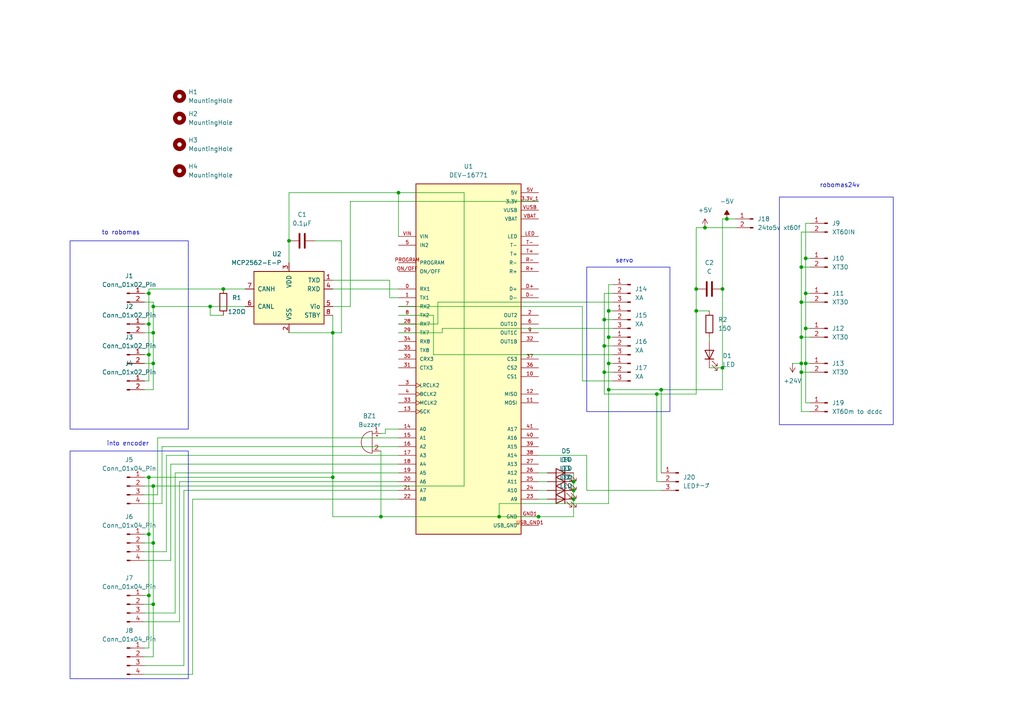
<source format=kicad_sch>
(kicad_sch (version 20250114) (generator "eeschema") (generator_version "9.0")
  (paper "A4")
  (title_block (title "T.R.T_ロボマス基板") (date "2025-11-17"))
  (lib_symbols
    (symbol "Connector:Conn_01x02_Pin" (pin_names (offset 1.016) (hide yes))
      (property "Reference" "J" (at 0 2.54 0))
      (property "Value" "Conn_01x02_Pin" (at 0 -5.08 0))
      (symbol "Conn_01x02_Pin_1_1"
        (rectangle (start 0.8636 0.127) (end 0 -0.127) (stroke (width 0.1524)) (fill (type outline)))
        (rectangle (start 0.8636 -2.413) (end 0 -2.667) (stroke (width 0.1524)) (fill (type outline)))
        (polyline (pts (xy 1.27 0) (xy 0.8636 0)) (stroke (width 0.1524)))
        (polyline (pts (xy 1.27 -2.54) (xy 0.8636 -2.54)) (stroke (width 0.1524)))
        (pin passive line (at 5.08 0 180) (length 3.81) (name "Pin_1") (number "1"))
        (pin passive line (at 5.08 -2.54 180) (length 3.81) (name "Pin_2") (number "2"))
      )
    )
    (symbol "Connector:Conn_01x03_Pin" (pin_names (offset 1.016) (hide yes))
      (property "Reference" "J" (at 0 5.08 0))
      (property "Value" "Conn_01x03_Pin" (at 0 -5.08 0))
      (symbol "Conn_01x03_Pin_1_1"
        (rectangle (start 0.8636 2.667) (end 0 2.413) (stroke (width 0.1524)) (fill (type outline)))
        (rectangle (start 0.8636 0.127) (end 0 -0.127) (stroke (width 0.1524)) (fill (type outline)))
        (rectangle (start 0.8636 -2.413) (end 0 -2.667) (stroke (width 0.1524)) (fill (type outline)))
        (polyline (pts (xy 1.27 2.54) (xy 0.8636 2.54)) (stroke (width 0.1524)))
        (polyline (pts (xy 1.27 0) (xy 0.8636 0)) (stroke (width 0.1524)))
        (polyline (pts (xy 1.27 -2.54) (xy 0.8636 -2.54)) (stroke (width 0.1524)))
        (pin passive line (at 5.08 2.54 180) (length 3.81) (name "Pin_1") (number "1"))
        (pin passive line (at 5.08 0 180) (length 3.81) (name "Pin_2") (number "2"))
        (pin passive line (at 5.08 -2.54 180) (length 3.81) (name "Pin_3") (number "3"))
      )
    )
    (symbol "Connector:Conn_01x04_Pin" (pin_names (offset 1.016) (hide yes))
      (property "Reference" "J" (at 0 5.08 0))
      (property "Value" "Conn_01x04_Pin" (at 0 -7.62 0))
      (symbol "Conn_01x04_Pin_1_1"
        (rectangle (start 0.8636 2.667) (end 0 2.413) (stroke (width 0.1524)) (fill (type outline)))
        (rectangle (start 0.8636 0.127) (end 0 -0.127) (stroke (width 0.1524)) (fill (type outline)))
        (rectangle (start 0.8636 -2.413) (end 0 -2.667) (stroke (width 0.1524)) (fill (type outline)))
        (rectangle (start 0.8636 -4.953) (end 0 -5.207) (stroke (width 0.1524)) (fill (type outline)))
        (polyline (pts (xy 1.27 2.54) (xy 0.8636 2.54)) (stroke (width 0.1524)))
        (polyline (pts (xy 1.27 0) (xy 0.8636 0)) (stroke (width 0.1524)))
        (polyline (pts (xy 1.27 -2.54) (xy 0.8636 -2.54)) (stroke (width 0.1524)))
        (polyline (pts (xy 1.27 -5.08) (xy 0.8636 -5.08)) (stroke (width 0.1524)))
        (pin passive line (at 5.08 2.54 180) (length 3.81) (name "Pin_1") (number "1"))
        (pin passive line (at 5.08 0 180) (length 3.81) (name "Pin_2") (number "2"))
        (pin passive line (at 5.08 -2.54 180) (length 3.81) (name "Pin_3") (number "3"))
        (pin passive line (at 5.08 -5.08 180) (length 3.81) (name "Pin_4") (number "4"))
      )
    )
    (symbol "Device:Buzzer" (pin_names (offset 0.0254) (hide yes))
      (property "Reference" "BZ" (at 3.81 1.27 0))
      (property "Value" "Buzzer" (at 3.81 -1.27 0))
      (symbol "Buzzer_0_1"
        (polyline (pts (xy -1.651 1.905) (xy -1.143 1.905)))
        (polyline (pts (xy -1.397 2.159) (xy -1.397 1.651)))
        (arc (start 0 3.175) (mid 3.1612 0) (end 0 -3.175))
        (polyline (pts (xy 0 3.175) (xy 0 -3.175)))
      )
      (symbol "Buzzer_1_1"
        (pin passive line (at -2.54 2.54 0) (length 2.54) (name "+") (number "1"))
        (pin passive line (at -2.54 -2.54 0) (length 2.54) (name "-") (number "2"))
      )
    )
    (symbol "Device:C" (pin_numbers (hide yes)) (pin_names (offset 0.254))
      (property "Reference" "C" (at 0.635 2.54 0))
      (property "Value" "C" (at 0.635 -2.54 0))
      (symbol "C_0_1"
        (polyline (pts (xy -2.032 0.762) (xy 2.032 0.762)) (stroke (width 0.508)))
        (polyline (pts (xy -2.032 -0.762) (xy 2.032 -0.762)) (stroke (width 0.508)))
      )
      (symbol "C_1_1"
        (pin passive line (at 0 3.81 270) (length 2.794) (name "~") (number "1"))
        (pin passive line (at 0 -3.81 90) (length 2.794) (name "~") (number "2"))
      )
    )
    (symbol "Device:LED" (pin_numbers (hide yes)) (pin_names (offset 1.016) (hide yes))
      (property "Reference" "D" (at 0 2.54 0))
      (property "Value" "LED" (at 0 -2.54 0))
      (symbol "LED_0_1"
        (polyline (pts (xy -3.048 -0.762) (xy -4.572 -2.286) (xy -3.81 -2.286) (xy -4.572 -2.286) (xy -4.572 -1.524)))
        (polyline (pts (xy -1.778 -0.762) (xy -3.302 -2.286) (xy -2.54 -2.286) (xy -3.302 -2.286) (xy -3.302 -1.524)))
        (polyline (pts (xy -1.27 0) (xy 1.27 0)))
        (polyline (pts (xy -1.27 -1.27) (xy -1.27 1.27)) (stroke (width 0.254)))
        (polyline (pts (xy 1.27 -1.27) (xy 1.27 1.27) (xy -1.27 0) (xy 1.27 -1.27)) (stroke (width 0.254)))
      )
      (symbol "LED_1_1"
        (pin passive line (at -3.81 0 0) (length 2.54) (name "K") (number "1"))
        (pin passive line (at 3.81 0 180) (length 2.54) (name "A") (number "2"))
      )
    )
    (symbol "Device:R" (pin_numbers (hide yes)) (pin_names (offset 0))
      (property "Reference" "R" (at 2.032 0 90))
      (property "Value" "R" (at 0 0 90))
      (symbol "R_0_1"
        (rectangle (start -1.016 -2.54) (end 1.016 2.54) (stroke (width 0.254)))
      )
      (symbol "R_1_1"
        (pin passive line (at 0 3.81 270) (length 1.27) (name "~") (number "1"))
        (pin passive line (at 0 -3.81 90) (length 1.27) (name "~") (number "2"))
      )
    )
    (symbol "Interface_CAN_LIN:MCP2562-E-P" (pin_names (offset 1.016))
      (property "Reference" "U" (at -10.16 8.89 0))
      (property "Value" "MCP2562-E-P" (at 2.54 8.89 0))
      (symbol "MCP2562-E-P_0_1"
        (rectangle (start -10.16 7.62) (end 10.16 -7.62) (stroke (width 0.254)) (fill (type background)))
      )
      (symbol "MCP2562-E-P_1_1"
        (pin input line (at -12.7 5.08 0) (length 2.54) (name "TXD") (number "1"))
        (pin output line (at -12.7 2.54 0) (length 2.54) (name "RXD") (number "4"))
        (pin power_in line (at -12.7 -2.54 0) (length 2.54) (name "Vio") (number "5"))
        (pin input line (at -12.7 -5.08 0) (length 2.54) (name "STBY") (number "8"))
        (pin power_in line (at 0 10.16 270) (length 2.54) (name "VDD") (number "3"))
        (pin power_in line (at 0 -10.16 90) (length 2.54) (name "VSS") (number "2"))
        (pin bidirectional line (at 12.7 2.54 180) (length 2.54) (name "CANH") (number "7"))
        (pin bidirectional line (at 12.7 -2.54 180) (length 2.54) (name "CANL") (number "6"))
      )
    )
    (symbol "Mechanical:MountingHole" (pin_names (offset 1.016)) (in_bom no)
      (property "Reference" "H" (at 0 5.08 0))
      (property "Value" "MountingHole" (at 0 3.175 0))
      (symbol "MountingHole_0_1"
        (circle (center 0 0) (radius 1.27) (stroke (width 1.27)))
      )
    )
    (symbol "power:+24V" (power) (pin_numbers (hide yes)) (pin_names (offset 0) (hide yes))
      (property "Value" "+24V" (at 0 3.556 0))
      (symbol "+24V_0_1"
        (polyline (pts (xy -0.762 1.27) (xy 0 2.54)))
        (polyline (pts (xy 0 2.54) (xy 0.762 1.27)))
        (polyline (pts (xy 0 0) (xy 0 2.54)))
      )
      (symbol "+24V_1_1"
        (pin power_in line (at 0 0 90) (length 0) (name "~") (number "1"))
      )
    )
    (symbol "power:+5V" (power) (pin_numbers (hide yes)) (pin_names (offset 0) (hide yes))
      (property "Value" "+5V" (at 0 3.556 0))
      (symbol "+5V_0_1"
        (polyline (pts (xy -0.762 1.27) (xy 0 2.54)))
        (polyline (pts (xy 0 2.54) (xy 0.762 1.27)))
        (polyline (pts (xy 0 0) (xy 0 2.54)))
      )
      (symbol "+5V_1_1"
        (pin power_in line (at 0 0 90) (length 0) (name "~") (number "1"))
      )
    )
    (symbol "power:-5V" (power) (pin_numbers (hide yes)) (pin_names (offset 0) (hide yes))
      (property "Value" "-5V" (at 0 3.556 0))
      (symbol "-5V_0_0"
        (pin power_in line (at 0 0 90) (length 0) (name "~") (number "1"))
      )
      (symbol "-5V_0_1"
        (polyline (pts (xy 0 0) (xy 0 1.27) (xy 0.762 1.27) (xy 0 2.54) (xy -0.762 1.27) (xy 0 1.27)) (fill (type outline)))
      )
    )
    (symbol "robomas_kibanyou:DEV-16771" (pin_names (offset 1.016))
      (property "Reference" "U" (at -15.24 52.07 0))
      (property "Value" "DEV-16771" (at -15.24 -53.34 0))
      (symbol "DEV-16771_0_0"
        (rectangle (start -15.24 -50.8) (end 15.24 50.8) (stroke (width 0.254)) (fill (type background)))
        (pin input line (at -20.32 35.56 0) (length 5.08) (name "VIN") (number "VIN"))
        (pin bidirectional line (at -20.32 33.02 0) (length 5.08) (name "IN2") (number "5"))
        (pin bidirectional line (at -20.32 27.94 0) (length 5.08) (name "PROGRAM") (number "PROGRAM"))
        (pin bidirectional line (at -20.32 25.4 0) (length 5.08) (name "ON/OFF") (number "ON/OFF"))
        (pin bidirectional line (at -20.32 20.32 0) (length 5.08) (name "RX1") (number "0"))
        (pin bidirectional line (at -20.32 17.78 0) (length 5.08) (name "TX1") (number "1"))
        (pin bidirectional line (at -20.32 15.24 0) (length 5.08) (name "RX2") (number "7"))
        (pin bidirectional line (at -20.32 12.7 0) (length 5.08) (name "TX2") (number "8"))
        (pin bidirectional line (at -20.32 10.16 0) (length 5.08) (name "RX7") (number "28"))
        (pin bidirectional line (at -20.32 7.62 0) (length 5.08) (name "TX7") (number "29"))
        (pin bidirectional line (at -20.32 5.08 0) (length 5.08) (name "RX8") (number "34"))
        (pin bidirectional line (at -20.32 2.54 0) (length 5.08) (name "TX8") (number "35"))
        (pin bidirectional line (at -20.32 0 0) (length 5.08) (name "CRX3") (number "30"))
        (pin bidirectional line (at -20.32 -2.54 0) (length 5.08) (name "CTX3") (number "31"))
        (pin bidirectional clock (at -20.32 -7.62 0) (length 5.08) (name "LRCLK2") (number "3"))
        (pin bidirectional clock (at -20.32 -10.16 0) (length 5.08) (name "BCLK2") (number "4"))
        (pin bidirectional clock (at -20.32 -12.7 0) (length 5.08) (name "MCLK2") (number "33"))
        (pin bidirectional clock (at -20.32 -15.24 0) (length 5.08) (name "SCK") (number "13"))
        (pin bidirectional line (at -20.32 -20.32 0) (length 5.08) (name "A0") (number "14"))
        (pin bidirectional line (at -20.32 -22.86 0) (length 5.08) (name "A1") (number "15"))
        (pin bidirectional line (at -20.32 -25.4 0) (length 5.08) (name "A2") (number "16"))
        (pin bidirectional line (at -20.32 -27.94 0) (length 5.08) (name "A3") (number "17"))
        (pin bidirectional line (at -20.32 -30.48 0) (length 5.08) (name "A4") (number "18"))
        (pin bidirectional line (at -20.32 -33.02 0) (length 5.08) (name "A5") (number "19"))
        (pin bidirectional line (at -20.32 -35.56 0) (length 5.08) (name "A6") (number "20"))
        (pin bidirectional line (at -20.32 -38.1 0) (length 5.08) (name "A7") (number "21"))
        (pin bidirectional line (at -20.32 -40.64 0) (length 5.08) (name "A8") (number "22"))
        (pin power_in line (at 20.32 48.26 180) (length 5.08) (name "5V") (number "5V"))
        (pin power_in line (at 20.32 45.72 180) (length 5.08) (name "3.3V") (number "3.3V_1"))
        (pin power_in line (at 20.32 45.72 180) (length 5.08) (hide yes) (name "3.3V") (number "3.3V_2"))
        (pin power_in line (at 20.32 45.72 180) (length 5.08) (hide yes) (name "3.3V") (number "3.3V_3"))
        (pin passive line (at 20.32 43.18 180) (length 5.08) (name "VUSB") (number "VUSB"))
        (pin passive line (at 20.32 40.64 180) (length 5.08) (name "VBAT") (number "VBAT"))
        (pin bidirectional line (at 20.32 35.56 180) (length 5.08) (name "LED") (number "LED"))
        (pin bidirectional line (at 20.32 33.02 180) (length 5.08) (name "T-") (number "T-"))
        (pin bidirectional line (at 20.32 30.48 180) (length 5.08) (name "T+") (number "T+"))
        (pin bidirectional line (at 20.32 27.94 180) (length 5.08) (name "R-") (number "R-"))
        (pin bidirectional line (at 20.32 25.4 180) (length 5.08) (name "R+") (number "R+"))
        (pin bidirectional line (at 20.32 20.32 180) (length 5.08) (name "D+") (number "D+"))
        (pin bidirectional line (at 20.32 17.78 180) (length 5.08) (name "D-") (number "D-"))
        (pin output line (at 20.32 12.7 180) (length 5.08) (name "OUT2") (number "2"))
        (pin output line (at 20.32 10.16 180) (length 5.08) (name "OUT1D") (number "6"))
        (pin output line (at 20.32 7.62 180) (length 5.08) (name "OUT1C") (number "9"))
        (pin output line (at 20.32 5.08 180) (length 5.08) (name "OUT1B") (number "32"))
        (pin bidirectional line (at 20.32 0 180) (length 5.08) (name "CS3") (number "37"))
        (pin bidirectional line (at 20.32 -2.54 180) (length 5.08) (name "CS2") (number "36"))
        (pin bidirectional line (at 20.32 -5.08 180) (length 5.08) (name "CS1") (number "10"))
        (pin bidirectional line (at 20.32 -10.16 180) (length 5.08) (name "MISO") (number "12"))
        (pin bidirectional line (at 20.32 -12.7 180) (length 5.08) (name "MOSI") (number "11"))
        (pin bidirectional line (at 20.32 -20.32 180) (length 5.08) (name "A17") (number "41"))
        (pin bidirectional line (at 20.32 -22.86 180) (length 5.08) (name "A16") (number "40"))
        (pin bidirectional line (at 20.32 -25.4 180) (length 5.08) (name "A15") (number "39"))
        (pin bidirectional line (at 20.32 -27.94 180) (length 5.08) (name "A14") (number "38"))
        (pin bidirectional line (at 20.32 -30.48 180) (length 5.08) (name "A13") (number "27"))
        (pin bidirectional line (at 20.32 -33.02 180) (length 5.08) (name "A12") (number "26"))
        (pin bidirectional line (at 20.32 -35.56 180) (length 5.08) (name "A11") (number "25"))
        (pin bidirectional line (at 20.32 -38.1 180) (length 5.08) (name "A10") (number "24"))
        (pin bidirectional line (at 20.32 -40.64 180) (length 5.08) (name "A9") (number "23"))
        (pin power_in line (at 20.32 -45.72 180) (length 5.08) (name "GND") (number "GND1"))
        (pin power_in line (at 20.32 -45.72 180) (length 5.08) (hide yes) (name "GND") (number "GND2"))
        (pin power_in line (at 20.32 -45.72 180) (length 5.08) (hide yes) (name "GND") (number "GND3"))
        (pin power_in line (at 20.32 -45.72 180) (length 5.08) (hide yes) (name "GND") (number "GND4"))
        (pin power_in line (at 20.32 -45.72 180) (length 5.08) (hide yes) (name "GND") (number "GND5"))
        (pin power_in line (at 20.32 -48.26 180) (length 5.08) (name "USB_GND") (number "USB_GND1"))
        (pin power_in line (at 20.32 -48.26 180) (length 5.08) (hide yes) (name "USB_GND") (number "USB_GND2"))
      )
    )
  )
  (rectangle (start 226.06 57.15) (end 259.08 123.19))
  (rectangle (start 170.18 77.47) (end 194.31 119.38))
  (rectangle (start 20.32 130.81) (end 54.61 196.85))
  (rectangle (start 20.32 69.85) (end 54.61 124.46))
  (text "to robomas\n" (at 35.052 67.564 0) (effects (font (size 1.27 1.27))))
  (text "robomas24v\n" (at 243.586 53.848 0) (effects (font (size 1.27 1.27))))
  (text "servo\n" (at 181.102 75.692 0) (effects (font (size 1.27 1.27))))
  (text "into encoder\n" (at 37.084 128.778 0) (effects (font (size 1.27 1.27))))
  (junction (at 44.45 157.48))
  (junction (at 43.18 102.87))
  (junction (at 176.53 105.41))
  (junction (at 44.45 96.52))
  (junction (at 201.93 90.17))
  (junction (at 156.21 149.86))
  (junction (at 191.77 113.03))
  (junction (at 233.68 105.41))
  (junction (at 232.41 97.79))
  (junction (at 175.26 107.95))
  (junction (at 110.49 149.86))
  (junction (at 201.93 83.82))
  (junction (at 43.18 85.09))
  (junction (at 64.77 83.82))
  (junction (at 166.37 144.78))
  (junction (at 209.55 83.82))
  (junction (at 209.55 106.68))
  (junction (at 232.41 105.41))
  (junction (at 232.41 77.47))
  (junction (at 44.45 175.26))
  (junction (at 44.45 88.9))
  (junction (at 60.96 88.9))
  (junction (at 44.45 105.41))
  (junction (at 204.47 66.04))
  (junction (at 44.45 140.97))
  (junction (at 96.52 138.43))
  (junction (at 176.53 113.03))
  (junction (at 115.57 55.88))
  (junction (at 233.68 74.93))
  (junction (at 175.26 92.71))
  (junction (at 166.37 139.7))
  (junction (at 43.18 138.43))
  (junction (at 96.52 96.52))
  (junction (at 176.53 90.17))
  (junction (at 232.41 87.63))
  (junction (at 190.5 114.3))
  (junction (at 43.18 154.94))
  (junction (at 166.37 142.24))
  (junction (at 176.53 97.79))
  (junction (at 83.82 69.85))
  (junction (at 233.68 95.25))
  (junction (at 233.68 85.09))
  (junction (at 43.18 172.72))
  (junction (at 210.82 63.5))
  (junction (at 232.41 107.95))
  (junction (at 43.18 93.98))
  (junction (at 175.26 100.33))
  (junction (at 144.78 149.86))
  (wire (pts (xy 127 93.98) (xy 115.57 93.98)))
  (wire (pts (xy 210.82 63.5) (xy 213.36 63.5)))
  (wire (pts (xy 176.53 113.03) (xy 176.53 146.05)))
  (wire (pts (xy 176.53 105.41) (xy 176.53 97.79)))
  (wire (pts (xy 156.21 132.08) (xy 170.18 132.08)))
  (wire (pts (xy 43.18 110.49) (xy 43.18 102.87)))
  (wire (pts (xy 166.37 137.16) (xy 166.37 139.7)))
  (wire (pts (xy 41.91 180.34) (xy 52.07 180.34)))
  (wire (pts (xy 205.74 97.79) (xy 205.74 99.06)))
  (wire (pts (xy 232.41 105.41) (xy 232.41 107.95)))
  (wire (pts (xy 144.78 146.05) (xy 176.53 146.05)))
  (wire (pts (xy 96.52 96.52) (xy 96.52 91.44)))
  (wire (pts (xy 115.57 55.88) (xy 83.82 55.88)))
  (wire (pts (xy 204.47 66.04) (xy 201.93 66.04)))
  (wire (pts (xy 209.55 63.5) (xy 210.82 63.5)))
  (wire (pts (xy 53.34 193.04) (xy 41.91 193.04)))
  (wire (pts (xy 110.49 149.86) (xy 144.78 149.86)))
  (wire (pts (xy 115.57 134.62) (xy 49.53 134.62)))
  (wire (pts (xy 175.26 107.95) (xy 175.26 100.33)))
  (wire (pts (xy 176.53 90.17) (xy 177.8 90.17)))
  (wire (pts (xy 234.95 74.93) (xy 233.68 74.93)))
  (wire (pts (xy 144.78 149.86) (xy 144.78 146.05)))
  (wire (pts (xy 232.41 67.31) (xy 232.41 77.47)))
  (wire (pts (xy 83.82 55.88) (xy 83.82 69.85)))
  (wire (pts (xy 166.37 139.7) (xy 166.37 142.24)))
  (wire (pts (xy 48.26 132.08) (xy 115.57 132.08)))
  (wire (pts (xy 41.91 187.96) (xy 43.18 187.96)))
  (wire (pts (xy 127 87.63) (xy 127 93.98)))
  (wire (pts (xy 115.57 129.54) (xy 46.99 129.54)))
  (wire (pts (xy 111.76 124.46) (xy 115.57 124.46)))
  (wire (pts (xy 41.91 113.03) (xy 44.45 113.03)))
  (wire (pts (xy 170.18 142.24) (xy 170.18 132.08)))
  (wire (pts (xy 168.91 88.9) (xy 168.91 110.49)))
  (wire (pts (xy 49.53 162.56) (xy 41.91 162.56)))
  (wire (pts (xy 234.95 64.77) (xy 233.68 64.77)))
  (wire (pts (xy 41.91 146.05) (xy 46.99 146.05)))
  (wire (pts (xy 43.18 154.94) (xy 41.91 154.94)))
  (wire (pts (xy 209.55 106.68) (xy 209.55 113.03)))
  (wire (pts (xy 115.57 127) (xy 45.72 127)))
  (wire (pts (xy 46.99 129.54) (xy 46.99 146.05)))
  (wire (pts (xy 166.37 149.86) (xy 156.21 149.86)))
  (wire (pts (xy 41.91 102.87) (xy 43.18 102.87)))
  (wire (pts (xy 83.82 96.52) (xy 96.52 96.52)))
  (wire (pts (xy 101.6 88.9) (xy 101.6 58.42)))
  (wire (pts (xy 52.07 139.7) (xy 115.57 139.7)))
  (wire (pts (xy 96.52 138.43) (xy 96.52 96.52)))
  (wire (pts (xy 41.91 85.09) (xy 43.18 85.09)))
  (wire (pts (xy 96.52 88.9) (xy 101.6 88.9)))
  (wire (pts (xy 110.49 130.81) (xy 110.49 149.86)))
  (wire (pts (xy 209.55 63.5) (xy 209.55 83.82)))
  (wire (pts (xy 52.07 180.34) (xy 52.07 139.7)))
  (wire (pts (xy 44.45 175.26) (xy 44.45 190.5)))
  (wire (pts (xy 44.45 88.9) (xy 44.45 96.52)))
  (wire (pts (xy 233.68 85.09) (xy 234.95 85.09)))
  (wire (pts (xy 91.44 69.85) (xy 99.06 69.85)))
  (wire (pts (xy 234.95 97.79) (xy 232.41 97.79)))
  (wire (pts (xy 233.68 95.25) (xy 233.68 105.41)))
  (wire (pts (xy 43.18 138.43) (xy 96.52 138.43)))
  (wire (pts (xy 113.03 81.28) (xy 113.03 86.36)))
  (wire (pts (xy 232.41 107.95) (xy 234.95 107.95)))
  (wire (pts (xy 43.18 154.94) (xy 43.18 172.72)))
  (wire (pts (xy 234.95 67.31) (xy 232.41 67.31)))
  (wire (pts (xy 44.45 175.26) (xy 44.45 157.48)))
  (wire (pts (xy 134.62 140.97) (xy 134.62 55.88)))
  (wire (pts (xy 177.8 85.09) (xy 175.26 85.09)))
  (wire (pts (xy 168.91 110.49) (xy 177.8 110.49)))
  (wire (pts (xy 99.06 96.52) (xy 96.52 96.52)))
  (wire (pts (xy 43.18 138.43) (xy 43.18 154.94)))
  (wire (pts (xy 83.82 69.85) (xy 83.82 76.2)))
  (wire (pts (xy 144.78 149.86) (xy 156.21 149.86)))
  (wire (pts (xy 176.53 82.55) (xy 176.53 90.17)))
  (wire (pts (xy 176.53 105.41) (xy 176.53 113.03)))
  (wire (pts (xy 43.18 85.09) (xy 43.18 93.98)))
  (wire (pts (xy 110.49 149.86) (xy 96.52 149.86)))
  (wire (pts (xy 41.91 160.02) (xy 48.26 160.02)))
  (wire (pts (xy 190.5 139.7) (xy 190.5 114.3)))
  (wire (pts (xy 44.45 105.41) (xy 44.45 96.52)))
  (wire (pts (xy 156.21 137.16) (xy 158.75 137.16)))
  (wire (pts (xy 234.95 87.63) (xy 232.41 87.63)))
  (wire (pts (xy 55.88 144.78) (xy 115.57 144.78)))
  (wire (pts (xy 233.68 116.84) (xy 233.68 105.41)))
  (wire (pts (xy 96.52 81.28) (xy 113.03 81.28)))
  (wire (pts (xy 43.18 93.98) (xy 41.91 93.98)))
  (wire (pts (xy 191.77 113.03) (xy 176.53 113.03)))
  (wire (pts (xy 232.41 105.41) (xy 232.41 97.79)))
  (wire (pts (xy 191.77 113.03) (xy 191.77 137.16)))
  (wire (pts (xy 43.18 187.96) (xy 43.18 172.72)))
  (wire (pts (xy 177.8 100.33) (xy 175.26 100.33)))
  (wire (pts (xy 156.21 144.78) (xy 158.75 144.78)))
  (wire (pts (xy 201.93 66.04) (xy 201.93 83.82)))
  (wire (pts (xy 156.21 139.7) (xy 158.75 139.7)))
  (wire (pts (xy 45.72 127) (xy 45.72 143.51)))
  (wire (pts (xy 232.41 97.79) (xy 232.41 87.63)))
  (wire (pts (xy 44.45 113.03) (xy 44.45 105.41)))
  (wire (pts (xy 176.53 97.79) (xy 176.53 90.17)))
  (wire (pts (xy 191.77 142.24) (xy 170.18 142.24)))
  (wire (pts (xy 177.8 107.95) (xy 175.26 107.95)))
  (wire (pts (xy 48.26 160.02) (xy 48.26 132.08)))
  (wire (pts (xy 115.57 96.52) (xy 128.27 96.52)))
  (wire (pts (xy 60.96 91.44) (xy 60.96 88.9)))
  (wire (pts (xy 96.52 83.82) (xy 115.57 83.82)))
  (wire (pts (xy 50.8 137.16) (xy 50.8 177.8)))
  (wire (pts (xy 177.8 97.79) (xy 176.53 97.79)))
  (wire (pts (xy 44.45 140.97) (xy 134.62 140.97)))
  (wire (pts (xy 111.76 125.73) (xy 111.76 124.46)))
  (wire (pts (xy 213.36 66.04) (xy 204.47 66.04)))
  (wire (pts (xy 201.93 83.82) (xy 201.93 90.17)))
  (wire (pts (xy 232.41 107.95) (xy 232.41 119.38)))
  (wire (pts (xy 177.8 102.87) (xy 125.73 102.87)))
  (wire (pts (xy 125.73 91.44) (xy 115.57 91.44)))
  (wire (pts (xy 177.8 82.55) (xy 176.53 82.55)))
  (wire (pts (xy 125.73 102.87) (xy 125.73 91.44)))
  (wire (pts (xy 166.37 144.78) (xy 166.37 149.86)))
  (wire (pts (xy 191.77 139.7) (xy 190.5 139.7)))
  (wire (pts (xy 44.45 157.48) (xy 41.91 157.48)))
  (wire (pts (xy 44.45 87.63) (xy 44.45 88.9)))
  (wire (pts (xy 41.91 190.5) (xy 44.45 190.5)))
  (wire (pts (xy 190.5 114.3) (xy 201.93 114.3)))
  (wire (pts (xy 44.45 140.97) (xy 44.45 157.48)))
  (wire (pts (xy 41.91 138.43) (xy 43.18 138.43)))
  (wire (pts (xy 201.93 90.17) (xy 201.93 114.3)))
  (wire (pts (xy 232.41 77.47) (xy 234.95 77.47)))
  (wire (pts (xy 41.91 87.63) (xy 44.45 87.63)))
  (wire (pts (xy 177.8 87.63) (xy 127 87.63)))
  (wire (pts (xy 234.95 105.41) (xy 233.68 105.41)))
  (wire (pts (xy 113.03 86.36) (xy 115.57 86.36)))
  (wire (pts (xy 41.91 143.51) (xy 45.72 143.51)))
  (wire (pts (xy 177.8 105.41) (xy 176.53 105.41)))
  (wire (pts (xy 175.26 85.09) (xy 175.26 92.71)))
  (wire (pts (xy 55.88 195.58) (xy 55.88 144.78)))
  (wire (pts (xy 128.27 95.25) (xy 177.8 95.25)))
  (wire (pts (xy 110.49 125.73) (xy 111.76 125.73)))
  (wire (pts (xy 71.12 88.9) (xy 60.96 88.9)))
  (wire (pts (xy 234.95 95.25) (xy 233.68 95.25)))
  (wire (pts (xy 41.91 195.58) (xy 55.88 195.58)))
  (wire (pts (xy 205.74 106.68) (xy 209.55 106.68)))
  (wire (pts (xy 101.6 58.42) (xy 156.21 58.42)))
  (wire (pts (xy 41.91 110.49) (xy 43.18 110.49)))
  (wire (pts (xy 50.8 177.8) (xy 41.91 177.8)))
  (wire (pts (xy 232.41 119.38) (xy 234.95 119.38)))
  (wire (pts (xy 43.18 93.98) (xy 43.18 102.87)))
  (wire (pts (xy 233.68 74.93) (xy 233.68 85.09)))
  (wire (pts (xy 44.45 96.52) (xy 41.91 96.52)))
  (wire (pts (xy 234.95 116.84) (xy 233.68 116.84)))
  (wire (pts (xy 175.26 114.3) (xy 175.26 107.95)))
  (wire (pts (xy 49.53 134.62) (xy 49.53 162.56)))
  (wire (pts (xy 115.57 142.24) (xy 53.34 142.24)))
  (wire (pts (xy 232.41 87.63) (xy 232.41 77.47)))
  (wire (pts (xy 96.52 149.86) (xy 96.52 138.43)))
  (wire (pts (xy 175.26 114.3) (xy 190.5 114.3)))
  (wire (pts (xy 115.57 55.88) (xy 115.57 68.58)))
  (wire (pts (xy 41.91 140.97) (xy 44.45 140.97)))
  (wire (pts (xy 209.55 83.82) (xy 209.55 106.68)))
  (wire (pts (xy 115.57 88.9) (xy 168.91 88.9)))
  (wire (pts (xy 99.06 69.85) (xy 99.06 96.52)))
  (wire (pts (xy 41.91 175.26) (xy 44.45 175.26)))
  (wire (pts (xy 53.34 142.24) (xy 53.34 193.04)))
  (wire (pts (xy 175.26 100.33) (xy 175.26 92.71)))
  (wire (pts (xy 134.62 55.88) (xy 115.57 55.88)))
  (wire (pts (xy 64.77 91.44) (xy 60.96 91.44)))
  (wire (pts (xy 166.37 142.24) (xy 166.37 144.78)))
  (wire (pts (xy 229.87 105.41) (xy 232.41 105.41)))
  (wire (pts (xy 43.18 83.82) (xy 43.18 85.09)))
  (wire (pts (xy 209.55 113.03) (xy 191.77 113.03)))
  (wire (pts (xy 175.26 92.71) (xy 177.8 92.71)))
  (wire (pts (xy 60.96 88.9) (xy 44.45 88.9)))
  (wire (pts (xy 233.68 95.25) (xy 233.68 85.09)))
  (wire (pts (xy 64.77 83.82) (xy 43.18 83.82)))
  (wire (pts (xy 128.27 96.52) (xy 128.27 95.25)))
  (wire (pts (xy 201.93 90.17) (xy 205.74 90.17)))
  (wire (pts (xy 71.12 83.82) (xy 64.77 83.82)))
  (wire (pts (xy 41.91 172.72) (xy 43.18 172.72)))
  (wire (pts (xy 115.57 137.16) (xy 50.8 137.16)))
  (wire (pts (xy 156.21 142.24) (xy 158.75 142.24)))
  (wire (pts (xy 41.91 105.41) (xy 44.45 105.41)))
  (wire (pts (xy 233.68 64.77) (xy 233.68 74.93)))
  (symbol (lib_id "Connector:Conn_01x02_Pin") (at 240.03 74.93 0) (mirror y) (unit 1)
    (property "Reference" "J10" (at 241.3 74.9299 0) (effects (justify right)))
    (property "Value" "XT30" (at 241.3 77.4699 0) (effects (justify right)))
    (property "Footprint" "Connector_AMASS:AMASS_XT60-M_1x02_P7.20mm_Vertical" (effects (hide yes)))
    (property "Description" "Generic connector, single row, 01x02, script generated" (effects (hide yes)))
  )
  (symbol (lib_id "Device:LED") (at 162.56 137.16 0) (mirror y) (unit 1)
    (property "Reference" "D5" (at 164.1475 130.81 0))
    (property "Value" "LED" (at 164.1475 133.35 0))
    (property "Footprint" "LED_THT:LED_D3.0mm" (effects (hide yes)))
    (property "Description" "Light emitting diode" (effects (hide yes)))
    (property "Sim.Pins" "1=K 2=A" (effects (hide yes)))
  )
  (symbol (lib_id "Device:R") (at 205.74 93.98 0) (unit 1)
    (property "Reference" "R2" (at 208.28 92.7099 0) (effects (justify left)))
    (property "Value" "150" (at 208.28 95.2499 0) (effects (justify left)))
    (property "Footprint" "Resistor_THT:R_Axial_DIN0207_L6.3mm_D2.5mm_P10.16mm_Horizontal" (effects (hide yes)))
    (property "Description" "Resistor" (effects (hide yes)))
  )
  (symbol (lib_id "Connector:Conn_01x04_Pin") (at 36.83 140.97 0) (unit 1)
    (property "Reference" "J5" (at 37.465 133.35 0))
    (property "Value" "Conn_01x04_Pin" (at 37.465 135.89 0))
    (property "Footprint" "Connector_JST:JST_EH_B4B-EH-A_1x04_P2.50mm_Vertical" (effects (hide yes)))
    (property "Description" "Generic connector, single row, 01x04, script generated" (effects (hide yes)))
  )
  (symbol (lib_id "Connector:Conn_01x02_Pin") (at 36.83 85.09 0) (unit 1)
    (property "Reference" "J1" (at 37.465 80.01 0))
    (property "Value" "Conn_01x02_Pin" (at 37.465 82.55 0))
    (property "Footprint" "Connector_JST:JST_EH_B2B-EH-A_1x02_P2.50mm_Vertical" (effects (hide yes)))
    (property "Description" "Generic connector, single row, 01x02, script generated" (effects (hide yes)))
  )
  (symbol (lib_id "Connector:Conn_01x04_Pin") (at 36.83 157.48 0) (unit 1)
    (property "Reference" "J6" (at 37.465 149.86 0))
    (property "Value" "Conn_01x04_Pin" (at 37.465 152.4 0))
    (property "Footprint" "Connector_JST:JST_EH_B4B-EH-A_1x04_P2.50mm_Vertical" (effects (hide yes)))
    (property "Description" "Generic connector, single row, 01x04, script generated" (effects (hide yes)))
  )
  (symbol (lib_id "Connector:Conn_01x02_Pin") (at 240.03 95.25 0) (mirror y) (unit 1)
    (property "Reference" "J12" (at 241.3 95.2499 0) (effects (justify right)))
    (property "Value" "XT30" (at 241.3 97.7899 0) (effects (justify right)))
    (property "Footprint" "Connector_AMASS:AMASS_XT60-M_1x02_P7.20mm_Vertical" (effects (hide yes)))
    (property "Description" "Generic connector, single row, 01x02, script generated" (effects (hide yes)))
  )
  (symbol (lib_id "Connector:Conn_01x02_Pin") (at 240.03 64.77 0) (mirror y) (unit 1)
    (property "Reference" "J9" (at 241.3 64.7699 0) (effects (justify right)))
    (property "Value" "XT60IN" (at 241.3 67.3099 0) (effects (justify right)))
    (property "Footprint" "Connector_AMASS:AMASS_XT60-F_1x02_P7.20mm_Vertical" (effects (hide yes)))
    (property "Description" "Generic connector, single row, 01x02, script generated" (effects (hide yes)))
  )
  (symbol (lib_id "Device:LED") (at 162.56 142.24 0) (mirror y) (unit 1)
    (property "Reference" "D3" (at 164.1475 135.89 0))
    (property "Value" "LED" (at 164.1475 138.43 0))
    (property "Footprint" "LED_THT:LED_D3.0mm" (effects (hide yes)))
    (property "Description" "Light emitting diode" (effects (hide yes)))
    (property "Sim.Pins" "1=K 2=A" (effects (hide yes)))
  )
  (symbol (lib_id "Connector:Conn_01x02_Pin") (at 240.03 85.09 0) (mirror y) (unit 1)
    (property "Reference" "J11" (at 241.3 85.0899 0) (effects (justify right)))
    (property "Value" "XT30" (at 241.3 87.6299 0) (effects (justify right)))
    (property "Footprint" "Connector_AMASS:AMASS_XT60-M_1x02_P7.20mm_Vertical" (effects (hide yes)))
    (property "Description" "Generic connector, single row, 01x02, script generated" (effects (hide yes)))
  )
  (symbol (lib_id "power:+5V") (at 204.47 66.04 0) (unit 1)
    (property "Reference" "#PWR04" (effects (hide yes)))
    (property "Value" "+5V" (at 204.47 60.96 0))
    (property "Description" "Power symbol creates a global label with name \"+5V\"" (effects (hide yes)))
  )
  (symbol (lib_id "Device:LED") (at 205.74 102.87 90) (unit 1)
    (property "Reference" "D1" (at 209.55 103.1874 90) (effects (justify right)))
    (property "Value" "LED" (at 209.55 105.7274 90) (effects (justify right)))
    (property "Footprint" "LED_THT:LED_D3.0mm" (effects (hide yes)))
    (property "Description" "Light emitting diode" (effects (hide yes)))
    (property "Sim.Pins" "1=K 2=A" (effects (hide yes)))
  )
  (symbol (lib_id "robomas_kibanyou:DEV-16771") (at 135.89 104.14 0) (unit 1)
    (property "Reference" "U1" (at 135.89 48.26 0))
    (property "Value" "DEV-16771" (at 135.89 50.8 0))
    (property "Footprint" "robomas_kibanyou:MODULE_DEV-16771" (effects (hide yes)))
    (property "MF" "SparkFun Electronics" (effects (hide yes)))
    (property "MAXIMUM_PACKAGE_HEIGHT" "4.07mm" (effects (hide yes)))
    (property "Package" "None" (effects (hide yes)))
    (property "Price" "None" (effects (hide yes)))
    (property "Check_prices" "https://www.snapeda.com/parts/DEV-16771/SparkFun/view-part/?ref=eda" (effects (hide yes)))
    (property "STANDARD" "Manufacturer recommendations" (effects (hide yes)))
    (property "PARTREV" "4.1" (effects (hide yes)))
    (property "SnapEDA_Link" "https://www.snapeda.com/parts/DEV-16771/SparkFun/view-part/?ref=snap" (effects (hide yes)))
    (property "MP" "DEV-16771" (effects (hide yes)))
    (property "Description_1" "RT1062 Teensy 4.1 series ARM® Cortex®-M7 MPU Embedded Evaluation Board" (effects (hide yes)))
    (property "Availability" "In Stock" (effects (hide yes)))
    (property "MANUFACTURER" "SparkFun Electronics" (effects (hide yes)))
  )
  (symbol (lib_id "Connector:Conn_01x04_Pin") (at 36.83 190.5 0) (unit 1)
    (property "Reference" "J8" (at 37.465 182.88 0))
    (property "Value" "Conn_01x04_Pin" (at 37.465 185.42 0))
    (property "Footprint" "Connector_JST:JST_EH_B4B-EH-A_1x04_P2.50mm_Vertical" (effects (hide yes)))
    (property "Description" "Generic connector, single row, 01x04, script generated" (effects (hide yes)))
  )
  (symbol (lib_id "Device:Buzzer") (at 107.95 128.27 0) (mirror y) (unit 1)
    (property "Reference" "BZ1" (at 107.1949 120.65 0))
    (property "Value" "Buzzer" (at 107.1949 123.19 0))
    (property "Footprint" "Buzzer_Beeper:Buzzer_12x9.5RM7.6" (effects (hide yes)))
    (property "Description" "Buzzer, polarized" (effects (hide yes)))
  )
  (symbol (lib_id "Connector:Conn_01x02_Pin") (at 218.44 63.5 0) (mirror y) (unit 1)
    (property "Reference" "J18" (at 219.71 63.4999 0) (effects (justify right)))
    (property "Value" "24to5v xt60f" (at 219.71 66.0399 0) (effects (justify right)))
    (property "Footprint" "Connector_AMASS:AMASS_XT60-F_1x02_P7.20mm_Vertical" (effects (hide yes)))
    (property "Description" "Generic connector, single row, 01x02, script generated" (effects (hide yes)))
  )
  (symbol (lib_id "Interface_CAN_LIN:MCP2562-E-P") (at 83.82 86.36 0) (mirror y) (unit 1)
    (property "Reference" "U2" (at 81.6767 73.66 0) (effects (justify left)))
    (property "Value" "MCP2562-E-P" (at 81.6767 76.2 0) (effects (justify left)))
    (property "Footprint" "Package_DIP:DIP-8_W7.62mm" (effects (hide yes)))
    (property "Datasheet" "http://ww1.microchip.com/downloads/en/DeviceDoc/25167A.pdf" (effects (hide yes)))
    (property "Description" "High-Speed CAN Transceiver, 1Mbps, 5V supply, Vio pin, -40C to +125C, DIP-8" (effects (hide yes)))
  )
  (symbol (lib_id "Mechanical:MountingHole") (at 52.07 27.94 0) (unit 1) (in_bom no)
    (property "Reference" "H1" (at 54.61 26.6699 0) (effects (justify left)))
    (property "Value" "MountingHole" (at 54.61 29.2099 0) (effects (justify left)))
    (property "Footprint" "MountingHole:MountingHole_3.2mm_M3" (effects (hide yes)))
    (property "Description" "Mounting Hole without connection" (effects (hide yes)))
  )
  (symbol (lib_id "Connector:Conn_01x03_Pin") (at 182.88 100.33 0) (mirror y) (unit 1)
    (property "Reference" "J16" (at 184.15 99.0599 0) (effects (justify right)))
    (property "Value" "XA" (at 184.15 101.5999 0) (effects (justify right)))
    (property "Footprint" "Connector_JST:JST_EH_B3B-EH-A_1x03_P2.50mm_Vertical" (effects (hide yes)))
    (property "Description" "Generic connector, single row, 01x03, script generated" (effects (hide yes)))
  )
  (symbol (lib_id "Device:R") (at 64.77 87.63 0) (unit 1)
    (property "Reference" "R1" (at 67.31 86.3599 0) (effects (justify left)))
    (property "Value" "120Ω" (at 66.04 90.424 0) (effects (justify left)))
    (property "Footprint" "Resistor_THT:R_Axial_DIN0207_L6.3mm_D2.5mm_P10.16mm_Horizontal" (effects (hide yes)))
    (property "Description" "Resistor" (effects (hide yes)))
  )
  (symbol (lib_id "Mechanical:MountingHole") (at 52.07 41.91 0) (unit 1) (in_bom no)
    (property "Reference" "H3" (at 54.61 40.6399 0) (effects (justify left)))
    (property "Value" "MountingHole" (at 54.61 43.1799 0) (effects (justify left)))
    (property "Footprint" "MountingHole:MountingHole_3.2mm_M3" (effects (hide yes)))
    (property "Description" "Mounting Hole without connection" (effects (hide yes)))
  )
  (symbol (lib_id "Device:LED") (at 162.56 144.78 0) (mirror y) (unit 1)
    (property "Reference" "D2" (at 164.1475 138.43 0))
    (property "Value" "LED" (at 164.1475 140.97 0))
    (property "Footprint" "LED_THT:LED_D3.0mm" (effects (hide yes)))
    (property "Description" "Light emitting diode" (effects (hide yes)))
    (property "Sim.Pins" "1=K 2=A" (effects (hide yes)))
  )
  (symbol (lib_id "Connector:Conn_01x02_Pin") (at 36.83 102.87 0) (unit 1)
    (property "Reference" "J3" (at 37.465 97.79 0))
    (property "Value" "Conn_01x02_Pin" (at 37.465 100.33 0))
    (property "Footprint" "Connector_JST:JST_EH_B2B-EH-A_1x02_P2.50mm_Vertical" (effects (hide yes)))
    (property "Description" "Generic connector, single row, 01x02, script generated" (effects (hide yes)))
  )
  (symbol (lib_id "Connector:Conn_01x02_Pin") (at 240.03 116.84 0) (mirror y) (unit 1)
    (property "Reference" "J19" (at 241.3 116.8399 0) (effects (justify right)))
    (property "Value" "XT60m to dcdc" (at 241.3 119.3799 0) (effects (justify right)))
    (property "Footprint" "Connector_AMASS:AMASS_XT60-M_1x02_P7.20mm_Vertical" (effects (hide yes)))
    (property "Description" "Generic connector, single row, 01x02, script generated" (effects (hide yes)))
  )
  (symbol (lib_id "Device:C") (at 205.74 83.82 270) (unit 1)
    (property "Reference" "C2" (at 205.74 76.2 90))
    (property "Value" "C" (at 205.74 78.74 90))
    (property "Footprint" "Capacitor_THT:CP_Radial_D5.0mm_P2.50mm" (effects (hide yes)))
    (property "Description" "Unpolarized capacitor" (effects (hide yes)))
  )
  (symbol (lib_id "Connector:Conn_01x03_Pin") (at 196.85 139.7 0) (mirror y) (unit 1)
    (property "Reference" "J20" (at 198.12 138.4299 0) (effects (justify right)))
    (property "Value" "LEDテープ" (at 198.12 140.9699 0) (effects (justify right)))
    (property "Footprint" "Connector_JST:JST_EH_B3B-EH-A_1x03_P2.50mm_Vertical" (effects (hide yes)))
    (property "Description" "Generic connector, single row, 01x03, script generated" (effects (hide yes)))
  )
  (symbol (lib_id "Mechanical:MountingHole") (at 52.07 34.29 0) (unit 1) (in_bom no)
    (property "Reference" "H2" (at 54.61 33.0199 0) (effects (justify left)))
    (property "Value" "MountingHole" (at 54.61 35.5599 0) (effects (justify left)))
    (property "Footprint" "MountingHole:MountingHole_3.2mm_M3" (effects (hide yes)))
    (property "Description" "Mounting Hole without connection" (effects (hide yes)))
  )
  (symbol (lib_id "power:-5V") (at 210.82 63.5 0) (unit 1)
    (property "Reference" "#PWR03" (effects (hide yes)))
    (property "Value" "-5V" (at 210.82 58.42 0))
    (property "Description" "Power symbol creates a global label with name \"-5V\"" (effects (hide yes)))
  )
  (symbol (lib_id "Connector:Conn_01x03_Pin") (at 182.88 107.95 0) (mirror y) (unit 1)
    (property "Reference" "J17" (at 184.15 106.6799 0) (effects (justify right)))
    (property "Value" "XA" (at 184.15 109.2199 0) (effects (justify right)))
    (property "Footprint" "Connector_JST:JST_EH_B3B-EH-A_1x03_P2.50mm_Vertical" (effects (hide yes)))
    (property "Description" "Generic connector, single row, 01x03, script generated" (effects (hide yes)))
  )
  (symbol (lib_id "Connector:Conn_01x02_Pin") (at 36.83 93.98 0) (unit 1)
    (property "Reference" "J2" (at 37.465 88.9 0))
    (property "Value" "Conn_01x02_Pin" (at 37.465 91.44 0))
    (property "Footprint" "Connector_JST:JST_EH_B2B-EH-A_1x02_P2.50mm_Vertical" (effects (hide yes)))
    (property "Description" "Generic connector, single row, 01x02, script generated" (effects (hide yes)))
  )
  (symbol (lib_id "power:+24V") (at 229.87 105.41 0) (mirror x) (unit 1)
    (property "Reference" "#PWR01" (effects (hide yes)))
    (property "Value" "+24V" (at 229.87 110.49 0))
    (property "Description" "Power symbol creates a global label with name \"+24V\"" (effects (hide yes)))
  )
  (symbol (lib_id "Device:LED") (at 162.56 139.7 0) (mirror y) (unit 1)
    (property "Reference" "D4" (at 164.1475 133.35 0))
    (property "Value" "LED" (at 164.1475 135.89 0))
    (property "Footprint" "LED_THT:LED_D3.0mm" (effects (hide yes)))
    (property "Description" "Light emitting diode" (effects (hide yes)))
    (property "Sim.Pins" "1=K 2=A" (effects (hide yes)))
  )
  (symbol (lib_id "Mechanical:MountingHole") (at 52.07 49.53 0) (unit 1) (in_bom no)
    (property "Reference" "H4" (at 54.61 48.2599 0) (effects (justify left)))
    (property "Value" "MountingHole" (at 54.61 50.7999 0) (effects (justify left)))
    (property "Footprint" "MountingHole:MountingHole_3.2mm_M3" (effects (hide yes)))
    (property "Description" "Mounting Hole without connection" (effects (hide yes)))
  )
  (symbol (lib_id "Connector:Conn_01x03_Pin") (at 182.88 92.71 0) (mirror y) (unit 1)
    (property "Reference" "J15" (at 184.15 91.4399 0) (effects (justify right)))
    (property "Value" "XA" (at 184.15 93.9799 0) (effects (justify right)))
    (property "Footprint" "Connector_JST:JST_EH_B3B-EH-A_1x03_P2.50mm_Vertical" (effects (hide yes)))
    (property "Description" "Generic connector, single row, 01x03, script generated" (effects (hide yes)))
  )
  (symbol (lib_id "Device:C") (at 87.63 69.85 270) (unit 1)
    (property "Reference" "C1" (at 87.63 62.23 90))
    (property "Value" "0.1μF" (at 87.63 64.77 90))
    (property "Footprint" "Capacitor_THT:CP_Radial_D5.0mm_P2.50mm" (effects (hide yes)))
    (property "Description" "Unpolarized capacitor" (effects (hide yes)))
  )
  (symbol (lib_id "Connector:Conn_01x04_Pin") (at 36.83 175.26 0) (unit 1)
    (property "Reference" "J7" (at 37.465 167.64 0))
    (property "Value" "Conn_01x04_Pin" (at 37.465 170.18 0))
    (property "Footprint" "Connector_JST:JST_EH_B4B-EH-A_1x04_P2.50mm_Vertical" (effects (hide yes)))
    (property "Description" "Generic connector, single row, 01x04, script generated" (effects (hide yes)))
  )
  (symbol (lib_id "Connector:Conn_01x03_Pin") (at 182.88 85.09 0) (mirror y) (unit 1)
    (property "Reference" "J14" (at 184.15 83.8199 0) (effects (justify right)))
    (property "Value" "XA" (at 184.15 86.3599 0) (effects (justify right)))
    (property "Footprint" "Connector_JST:JST_EH_B3B-EH-A_1x03_P2.50mm_Vertical" (effects (hide yes)))
    (property "Description" "Generic connector, single row, 01x03, script generated" (effects (hide yes)))
  )
  (symbol (lib_id "Connector:Conn_01x02_Pin") (at 240.03 105.41 0) (mirror y) (unit 1)
    (property "Reference" "J13" (at 241.3 105.4099 0) (effects (justify right)))
    (property "Value" "XT30" (at 241.3 107.9499 0) (effects (justify right)))
    (property "Footprint" "Connector_AMASS:AMASS_XT60-M_1x02_P7.20mm_Vertical" (effects (hide yes)))
    (property "Description" "Generic connector, single row, 01x02, script generated" (effects (hide yes)))
  )
  (symbol (lib_id "Connector:Conn_01x02_Pin") (at 36.83 110.49 0) (unit 1)
    (property "Reference" "J4" (at 37.465 105.41 0))
    (property "Value" "Conn_01x02_Pin" (at 37.465 107.95 0))
    (property "Footprint" "Connector_JST:JST_EH_B2B-EH-A_1x02_P2.50mm_Vertical" (effects (hide yes)))
    (property "Description" "Generic connector, single row, 01x02, script generated" (effects (hide yes)))
  )
)
</source>
